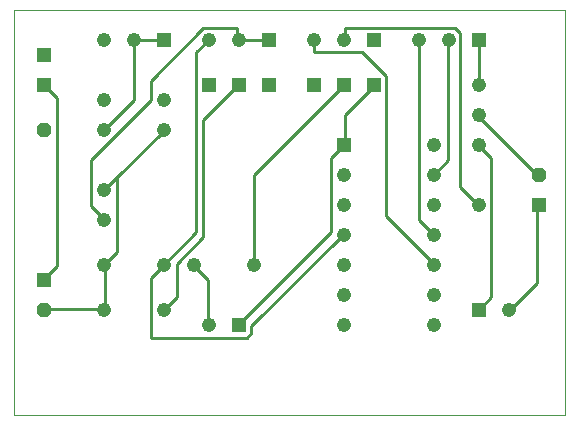
<source format=gtl>
G75*
G70*
%OFA0B0*%
%FSLAX24Y24*%
%IPPOS*%
%LPD*%
%AMOC8*
5,1,8,0,0,1.08239X$1,22.5*
%
%ADD10C,0.0000*%
%ADD11R,0.0476X0.0476*%
%ADD12C,0.0476*%
%ADD13OC8,0.0476*%
%ADD14C,0.0100*%
D10*
X000101Y000101D02*
X000101Y013597D01*
X018471Y013597D01*
X018471Y000101D01*
X000101Y000101D01*
D11*
X001101Y004601D03*
X007601Y003101D03*
X015601Y003601D03*
X017601Y007101D03*
X011101Y009101D03*
X011101Y011101D03*
X012101Y011101D03*
X010101Y011101D03*
X008601Y011101D03*
X007601Y011101D03*
X006601Y011101D03*
X005101Y012601D03*
X008601Y012601D03*
X012101Y012601D03*
X015601Y012601D03*
X001101Y012101D03*
X001101Y011101D03*
D12*
X003101Y010601D03*
X003101Y009601D03*
X005101Y009601D03*
X005101Y010601D03*
X004101Y012601D03*
X003101Y012601D03*
X006601Y012601D03*
X007601Y012601D03*
X010101Y012601D03*
X011101Y012601D03*
X013601Y012601D03*
X014601Y012601D03*
X015601Y011101D03*
X015601Y010101D03*
X015601Y009101D03*
X014101Y009101D03*
X014101Y008101D03*
X014101Y007101D03*
X015601Y007101D03*
X014101Y006101D03*
X014101Y005101D03*
X014101Y004101D03*
X014101Y003101D03*
X016601Y003601D03*
X011101Y004101D03*
X011101Y005101D03*
X011101Y006101D03*
X011101Y007101D03*
X011101Y008101D03*
X008101Y005101D03*
X006101Y005101D03*
X005101Y005101D03*
X003101Y005101D03*
X003101Y003601D03*
X005101Y003601D03*
X006601Y003101D03*
X011101Y003101D03*
X003101Y006601D03*
X003101Y007601D03*
D13*
X001101Y009601D03*
X001101Y003601D03*
X017601Y008101D03*
D14*
X017541Y008101D01*
X015621Y010021D01*
X015621Y010101D01*
X015601Y010101D01*
X015601Y011101D02*
X015621Y011141D01*
X015621Y012581D01*
X015601Y012601D01*
X014981Y012821D02*
X014821Y012981D01*
X011141Y012981D01*
X011141Y012661D01*
X011101Y012601D01*
X011701Y012181D02*
X010101Y012181D01*
X010101Y012601D01*
X008601Y012601D02*
X008581Y012581D01*
X007621Y012581D01*
X007601Y012601D01*
X007541Y012661D01*
X007541Y012981D01*
X006421Y012981D01*
X004661Y011221D01*
X004661Y010581D01*
X002661Y008581D01*
X002661Y007061D01*
X003061Y006661D01*
X003101Y006601D01*
X003541Y005541D02*
X003101Y005101D01*
X003141Y005061D01*
X003141Y003621D01*
X003101Y003601D01*
X003061Y003621D01*
X001141Y003621D01*
X001101Y003601D01*
X001101Y004601D02*
X001141Y004661D01*
X001541Y005061D01*
X001541Y010661D01*
X001101Y011101D01*
X003101Y009601D02*
X003141Y009621D01*
X004101Y010581D01*
X004101Y012581D01*
X004101Y012601D01*
X004101Y012581D02*
X005061Y012581D01*
X005101Y012601D01*
X006181Y012181D02*
X006601Y012601D01*
X006181Y012181D02*
X006181Y006181D01*
X005101Y005101D01*
X004661Y004661D01*
X004661Y002661D01*
X007861Y002661D01*
X008021Y002821D01*
X008021Y003061D01*
X011061Y006101D01*
X011101Y006101D01*
X010661Y006181D02*
X010661Y008661D01*
X011101Y009101D01*
X011141Y009141D01*
X011141Y010101D01*
X012101Y011061D01*
X012101Y011101D01*
X012501Y011381D02*
X011701Y012181D01*
X012501Y011381D02*
X012501Y006741D01*
X014101Y005141D01*
X014101Y005101D01*
X014101Y006101D02*
X013621Y006581D01*
X013621Y012581D01*
X013601Y012601D01*
X014581Y012581D02*
X014601Y012601D01*
X014581Y012581D02*
X014581Y008581D01*
X014101Y008101D01*
X014981Y007701D02*
X014981Y012821D01*
X011101Y011101D02*
X008101Y008101D01*
X008101Y005101D01*
X006581Y004581D02*
X006581Y003141D01*
X006601Y003101D01*
X007601Y003101D02*
X007621Y003141D01*
X010661Y006181D01*
X006581Y004581D02*
X006101Y005061D01*
X006101Y005101D01*
X005541Y005141D02*
X005541Y004021D01*
X005141Y003621D01*
X005101Y003601D01*
X005541Y005141D02*
X006421Y006021D01*
X006421Y009941D01*
X007541Y011061D01*
X007601Y011101D01*
X005101Y009601D02*
X005061Y009541D01*
X003541Y008021D01*
X003541Y005541D01*
X003101Y007601D02*
X003141Y007621D01*
X003541Y008021D01*
X014981Y007701D02*
X015541Y007141D01*
X015601Y007101D01*
X017541Y007061D02*
X017601Y007101D01*
X017541Y007061D02*
X017541Y004501D01*
X016661Y003621D01*
X016601Y003601D01*
X016021Y004021D02*
X015601Y003601D01*
X016021Y004021D02*
X016021Y008661D01*
X015621Y009061D01*
X015601Y009101D01*
M02*

</source>
